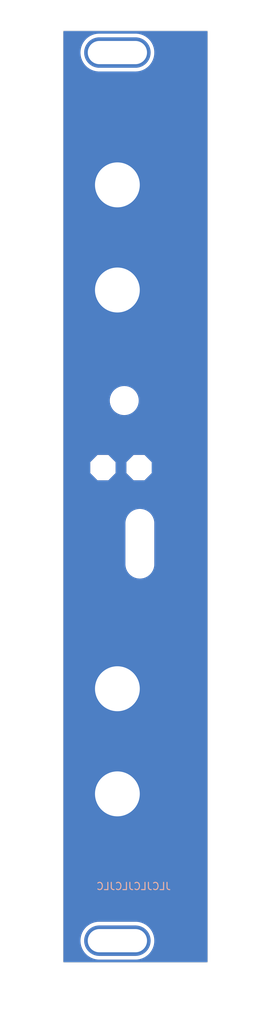
<source format=kicad_pcb>
(kicad_pcb (version 20221018) (generator pcbnew)
  (title_block (title "M2IDI - USB FRONT") (date "2023-06-18") (rev "2.0") (company "GuavTek"))
  (layers (0 "F.Cu" signal) (31 "B.Cu" signal) (34 "B.Paste" user) (35 "F.Paste" user) (36 "B.SilkS" user "B.Silkscreen") (37 "F.SilkS" user "F.Silkscreen") (38 "B.Mask" user) (39 "F.Mask" user) (44 "Edge.Cuts" user))
  (net 0 "")
  (net 1 "GND")
  (footprint "Custom_FP:Wide_M3" (layer "F.Cu") (at 107.5 53)
    (fp_text reference "H2" hide)
    (fp_text value "MountingHole")
    (pad "1" thru_hole oval (at 0 0) (size 9.2 4.2) (drill oval 8.2 3.2) (layers "*.Cu" "*.Mask"))
  )
  (footprint "Custom_FP:Wide_M3" (layer "F.Cu") (at 107.5 175.5)
    (fp_text reference "H3" hide)
    (fp_text value "MountingHole")
    (pad "1" thru_hole oval (at 0 0) (size 9.2 4.2) (drill oval 8.2 3.2) (layers "*.Cu" "*.Mask"))
  )
  (footprint "MountingHole:MountingHole_6.2mm_M6" (layer "F.Cu") (at 107.5 140.75)
    (fp_text reference "J2" hide)
    (fp_text value "Jack_3.5mm")
    (pad "1" thru_hole circle (at 0 0) (size 7.2 7.2) (drill 6.2) (layers "*.Cu" "*.Mask") (net 1 "GND"))
  )
  (footprint "MountingHole:MountingHole_6.2mm_M6" (layer "F.Cu") (at 107.5 155.25)
    (fp_text reference "J4" hide)
    (fp_text value "Jack_3.5mm")
    (pad "1" thru_hole circle (at 0 0) (size 7.2 7.2) (drill 6.2) (layers "*.Cu" "*.Mask") (net 1 "GND"))
  )
  (footprint "MountingHole:MountingHole_6.2mm_M6" (layer "F.Cu") (at 107.5 85.75)
    (fp_text reference "J1" hide)
    (fp_text value "Jack_3.5mm")
    (pad "1" thru_hole circle (at 0 0) (size 7.2 7.2) (drill 6.2) (layers "*.Cu" "*.Mask") (net 1 "GND"))
  )
  (footprint "MountingHole:MountingHole_6.2mm_M6" (layer "F.Cu") (at 107.5 71.25)
    (fp_text reference "J3" hide)
    (fp_text value "Jack_3.5mm")
    (pad "1" thru_hole circle (at 0 0) (size 7.2 7.2) (drill 6.2) (layers "*.Cu" "*.Mask") (net 1 "GND"))
  )
  (footprint "Custom_FP:USB_C_Hole" (layer "F.Cu") (at 110.61 120.75)
    (fp_text reference "H1" hide)
    (fp_text value "USB hole")
    (pad "" np_thru_hole oval (at 0 0) (size 3.5 9.1) (drill oval 3.5 9.1) (layers "*.Cu" "*.Mask"))
  )
  (footprint "Custom_FP:TactileHole" (layer "F.Cu") (at 108.45 101)
    (fp_text reference "H4" hide)
    (fp_text value "Tactile hole" hide)
    (pad "" np_thru_hole circle (at 0 0) (size 3.5 3.5) (drill 3.5) (layers "F&B.Cu" "*.Mask"))
  )
  (gr_line (start 100 178.5) (end 100 50) (stroke (width 0.05)) (layer "Edge.Cuts"))
  (gr_line (start 120 178.5) (end 100 178.5) (stroke (width 0.05)) (layer "Edge.Cuts"))
  (gr_line (start 120 50) (end 120 178.5) (stroke (width 0.05)) (layer "Edge.Cuts"))
  (gr_line (start 100 50) (end 120 50) (stroke (width 0.05)) (layer "Edge.Cuts"))
  (gr_text "JLCJLCJLCJLC" (at 109.75 168) (layer "B.SilkS") (effects (font (size 1 1)) (justify mirror)))
  (zone (net 1) (net_name "GND") (layer "F.Cu") (connect_pads yes (clearance 0.508)) (min_thickness 0.254) (fill yes (thermal_gap 0.508) (thermal_bridge_width 0.508))
    (polygon (pts (xy 123.75 47.5) (xy 124.5 184.75) (xy 97.5 184.75) (xy 94.25 45.75)))
  )
  (zone (net 0) (net_name "") (layers "F&B.Cu") (connect_pads (clearance 0)) (min_thickness 0.254)
    (keepout (tracks not_allowed) (vias not_allowed) (pads allowed) (copperpour not_allowed) (footprints allowed))
    (fill (thermal_gap 0.508) (thermal_bridge_width 0.508))
    (polygon (pts (xy 107.25 109.5) (xy 107.25 111) (xy 106.25 112) (xy 104.75 112) (xy 103.75 111) (xy 103.75 109.5) (xy 104.75 108.5) (xy 106.25 108.5)))
  )
  (zone (net 0) (net_name "") (layers "F&B.Cu") (connect_pads (clearance 0)) (min_thickness 0.254)
    (keepout (tracks not_allowed) (vias not_allowed) (pads allowed) (copperpour not_allowed) (footprints allowed))
    (fill (thermal_gap 0.508) (thermal_bridge_width 0.508))
    (polygon (pts (xy 112.25 109.5) (xy 112.25 111) (xy 111.25 112) (xy 109.75 112) (xy 108.75 111) (xy 108.75 109.5) (xy 109.75 108.5) (xy 111.25 108.5)))
  )
  (zone (net 1) (net_name "GND") (layer "B.Cu") (connect_pads yes (clearance 0.508)) (min_thickness 0.254) (fill yes (thermal_gap 0.508) (thermal_bridge_width 0.508))
    (polygon (pts (xy 127.25 47.5) (xy 126.25 187) (xy 96.75 185.75) (xy 91.25 46)))
  )
)
</source>
